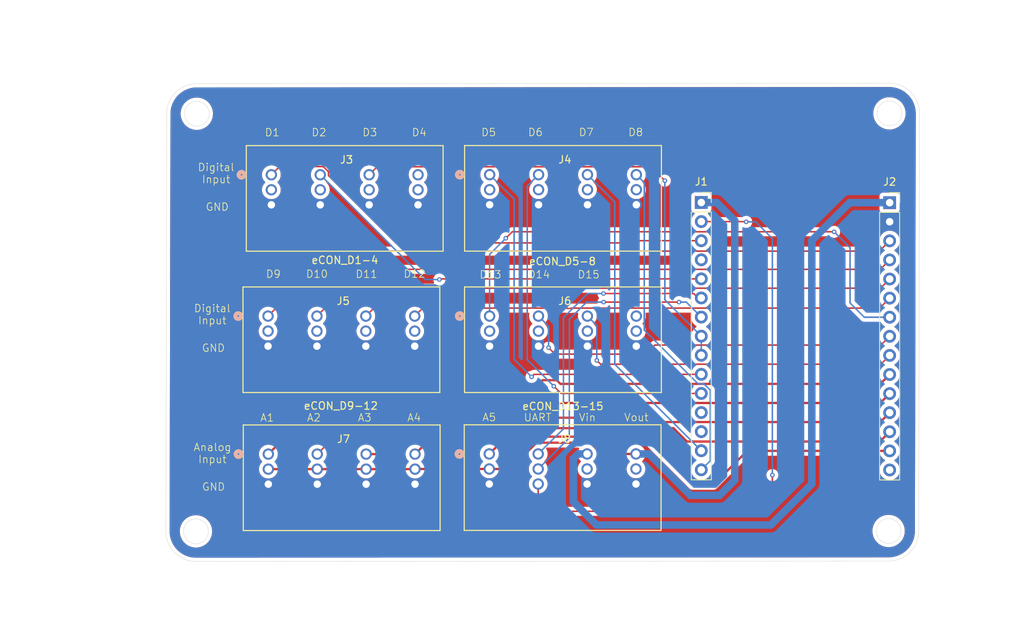
<source format=kicad_pcb>
(kicad_pcb (version 20241229) (generator "pcbnew") (generator_version "9.0")
  (layers (0 "F.Cu" signal) (2 "B.Cu" signal) (13 "F.Paste" user) (15 "B.Paste" user) (5 "F.SilkS" user "F.Silkscreen") (7 "B.SilkS" user "B.Silkscreen") (1 "F.Mask" user) (3 "B.Mask" user) (25 "Edge.Cuts" user))
  (net 0 "")
  (net 5 "GND1")
  (net 6 "D5")
  (net 7 "D3")
  (net 8 "D7")
  (net 10 "D6")
  (net 12 "D2")
  (net 13 "+3.3V")
  (net 14 "D8")
  (net 16 "UART-TX")
  (net 17 "UART-RX")
  (net 18 "D1")
  (net 19 "D12")
  (net 20 "A1")
  (net 21 "D14")
  (net 22 "D10")
  (net 23 "A3")
  (net 24 "D13")
  (net 25 "+9V")
  (net 26 "A5")
  (net 27 "A2")
  (net 29 "D11")
  (net 30 "A4")
  (net 31 "D9")
  (net 32 "D15")
  (net 33 "GND")
  (net 34 "D4")
  (footprint "eCon:CONN_37212-62M3-003PL_3MM" (layer "F.Cu") (at 99.57 131.39)
    (property "Reference" "J7" (at 10 -2 0) (layer "F.SilkS"))
    (property "Value" "eCON_A1-4")
    (fp_line (start -3.331002 -3.877001) (end -3.331002 10.169199) (stroke (width 0.1524)) (layer "F.SilkS"))
    (fp_line (start -3.331002 10.169199) (end 22.830998 10.169199) (stroke (width 0.1524)) (layer "F.SilkS"))
    (fp_line (start 22.830998 -3.877001) (end -3.331002 -3.877001) (stroke (width 0.1524)) (layer "F.SilkS"))
    (fp_line (start 22.830998 10.169199) (end 22.830998 -3.877001) (stroke (width 0.1524)) (layer "F.SilkS"))
    (fp_circle (center -3.966002 0) (end -3.585002 0) (stroke (width 0.508)) (fill no) (layer "F.SilkS"))
    (fp_circle (center -3.966002 0) (end -3.585002 0) (stroke (width 0.508)) (fill no) (layer "B.SilkS"))
    (pad "1" thru_hole circle (at 0 0) (size 1.4986 1.4986) (drill 0.9906) (layers "*.Cu" "*.Mask") (net 20 "A1"))
    (pad "2" thru_hole circle (at 0 2) (size 1.4986 1.4986) (drill 0.9906) (layers "*.Cu" "*.Mask") (net 13 "+3.3V"))
    (pad "3" thru_hole circle (at 0 4.000001) (size 1.4986 1.4986) (drill 0.9906) (layers "*.Cu" "*.Mask") (net 33 "GND"))
    (pad "4" thru_hole circle (at 6.499999 0) (size 1.4986 1.4986) (drill 0.9906) (layers "*.Cu" "*.Mask") (net 27 "A2"))
    (pad "5" thru_hole circle (at 6.499999 2) (size 1.4986 1.4986) (drill 0.9906) (layers "*.Cu" "*.Mask") (net 13 "+3.3V"))
    (pad "6" thru_hole circle (at 6.499999 4.000001) (size 1.4986 1.4986) (drill 0.9906) (layers "*.Cu" "*.Mask") (net 33 "GND"))
    (pad "7" thru_hole circle (at 12.999999 0) (size 1.4986 1.4986) (drill 0.9906) (layers "*.Cu" "*.Mask") (net 23 "A3"))
    (pad "8" thru_hole circle (at 12.999999 2) (size 1.4986 1.4986) (drill 0.9906) (layers "*.Cu" "*.Mask") (net 13 "+3.3V"))
    (pad "9" thru_hole circle (at 12.999999 4.000001) (size 1.4986 1.4986) (drill 0.9906) (layers "*.Cu" "*.Mask") (net 33 "GND"))
    (pad "10" thru_hole circle (at 19.499999 0) (size 1.4986 1.4986) (drill 0.9906) (layers "*.Cu" "*.Mask") (net 30 "A4"))
    (pad "11" thru_hole circle (at 19.499999 2) (size 1.4986 1.4986) (drill 0.9906) (layers "*.Cu" "*.Mask") (net 13 "+3.3V"))
    (pad "12" thru_hole circle (at 19.499999 4.000001) (size 1.4986 1.4986) (drill 0.9906) (layers "*.Cu" "*.Mask") (net 33 "GND"))
  )
  (footprint "eCon:CONN_37212-62M3-003PL_3MM" (layer "F.Cu") (at 99.53 113.03)
    (property "Reference" "J5" (at 10 -2 0) (layer "F.SilkS"))
    (property "Value" "eCON_D9-12" (at 9.68 11.94 0) (layer "F.SilkS"))
    (fp_line (start -3.331002 -3.877001) (end -3.331002 10.169199) (stroke (width 0.1524)) (layer "F.SilkS"))
    (fp_line (start -3.331002 10.169199) (end 22.830998 10.169199) (stroke (width 0.1524)) (layer "F.SilkS"))
    (fp_line (start 22.830998 -3.877001) (end -3.331002 -3.877001) (stroke (width 0.1524)) (layer "F.SilkS"))
    (fp_line (start 22.830998 10.169199) (end 22.830998 -3.877001) (stroke (width 0.1524)) (layer "F.SilkS"))
    (fp_circle (center -3.966002 0) (end -3.585002 0) (stroke (width 0.508)) (fill no) (layer "F.SilkS"))
    (fp_circle (center -3.966002 0) (end -3.585002 0) (stroke (width 0.508)) (fill no) (layer "B.SilkS"))
    (pad "1" thru_hole circle (at 0 0) (size 1.4986 1.4986) (drill 0.9906) (layers "*.Cu" "*.Mask") (net 31 "D9"))
    (pad "2" thru_hole circle (at 0 2) (size 1.4986 1.4986) (drill 0.9906) (layers "*.Cu" "*.Mask"))
    (pad "3" thru_hole circle (at 0 4.000001) (size 1.4986 1.4986) (drill 0.9906) (layers "*.Cu" "*.Mask") (net 33 "GND"))
    (pad "4" thru_hole circle (at 6.499999 0) (size 1.4986 1.4986) (drill 0.9906) (layers "*.Cu" "*.Mask") (net 22 "D10"))
    (pad "5" thru_hole circle (at 6.499999 2) (size 1.4986 1.4986) (drill 0.9906) (layers "*.Cu" "*.Mask"))
    (pad "6" thru_hole circle (at 6.499999 4.000001) (size 1.4986 1.4986) (drill 0.9906) (layers "*.Cu" "*.Mask") (net 33 "GND"))
    (pad "7" thru_hole circle (at 12.999999 0) (size 1.4986 1.4986) (drill 0.9906) (layers "*.Cu" "*.Mask") (net 29 "D11"))
    (pad "8" thru_hole circle (at 12.999999 2) (size 1.4986 1.4986) (drill 0.9906) (layers "*.Cu" "*.Mask"))
    (pad "9" thru_hole circle (at 12.999999 4.000001) (size 1.4986 1.4986) (drill 0.9906) (layers "*.Cu" "*.Mask") (net 33 "GND"))
    (pad "10" thru_hole circle (at 19.499999 0) (size 1.4986 1.4986) (drill 0.9906) (layers "*.Cu" "*.Mask") (net 19 "D12"))
    (pad "11" thru_hole circle (at 19.499999 2) (size 1.4986 1.4986) (drill 0.9906) (layers "*.Cu" "*.Mask"))
    (pad "12" thru_hole circle (at 19.499999 4.000001) (size 1.4986 1.4986) (drill 0.9906) (layers "*.Cu" "*.Mask") (net 33 "GND"))
  )
  (footprint "eCon:CONN_37212-62M3-003PL_3MM" (layer "F.Cu") (at 128.94 131.37)
    (property "Reference" "J8" (at 10 -2 0) (layer "F.SilkS"))
    (property "Value" "eCON_A5_UART_Vin_Vout")
    (fp_line (start -3.331002 -3.877001) (end -3.331002 10.169199) (stroke (width 0.1524)) (layer "F.SilkS"))
    (fp_line (start -3.331002 10.169199) (end 22.830998 10.169199) (stroke (width 0.1524)) (layer "F.SilkS"))
    (fp_line (start 22.830998 -3.877001) (end -3.331002 -3.877001) (stroke (width 0.1524)) (layer "F.SilkS"))
    (fp_line (start 22.830998 10.169199) (end 22.830998 -3.877001) (stroke (width 0.1524)) (layer "F.SilkS"))
    (fp_circle (center -3.966002 0) (end -3.585002 0) (stroke (width 0.508)) (fill no) (layer "F.SilkS"))
    (fp_circle (center -3.966002 0) (end -3.585002 0) (stroke (width 0.508)) (fill no) (layer "B.SilkS"))
    (pad "1" thru_hole circle (at 0 0) (size 1.4986 1.4986) (drill 0.9906) (layers "*.Cu" "*.Mask") (net 26 "A5"))
    (pad "2" thru_hole circle (at 0 2) (size 1.4986 1.4986) (drill 0.9906) (layers "*.Cu" "*.Mask") (net 13 "+3.3V"))
    (pad "3" thru_hole circle (at 0 4.000001) (size 1.4986 1.4986) (drill 0.9906) (layers "*.Cu" "*.Mask") (net 33 "GND"))
    (pad "4" thru_hole circle (at 6.499999 0) (size 1.4986 1.4986) (drill 0.9906) (layers "*.Cu" "*.Mask") (net 17 "UART-RX"))
    (pad "5" thru_hole circle (at 6.499999 2) (size 1.4986 1.4986) (drill 0.9906) (layers "*.Cu" "*.Mask") (net 16 "UART-TX"))
    (pad "6" thru_hole circle (at 6.499999 4.000001) (size 1.4986 1.4986) (drill 0.9906) (layers "*.Cu" "*.Mask") (net 5 "GND1"))
    (pad "7" thru_hole circle (at 12.999999 0) (size 1.4986 1.4986) (drill 0.9906) (layers "*.Cu" "*.Mask") (net 25 "+9V"))
    (pad "8" thru_hole circle (at 12.999999 2) (size 1.4986 1.4986) (drill 0.9906) (layers "*.Cu" "*.Mask"))
    (pad "9" thru_hole circle (at 12.999999 4.000001) (size 1.4986 1.4986) (drill 0.9906) (layers "*.Cu" "*.Mask") (net 33 "GND"))
    (pad "10" thru_hole circle (at 19.499999 0) (size 1.4986 1.4986) (drill 0.9906) (layers "*.Cu" "*.Mask") (net 13 "+3.3V"))
    (pad "11" thru_hole circle (at 19.499999 2) (size 1.4986 1.4986) (drill 0.9906) (layers "*.Cu" "*.Mask"))
    (pad "12" thru_hole circle (at 19.499999 4.000001) (size 1.4986 1.4986) (drill 0.9906) (layers "*.Cu" "*.Mask") (net 33 "GND"))
  )
  (footprint "eCon:CONN_37212-62M3-003PL_3MM" (layer "F.Cu") (at 99.97 94.23)
    (property "Reference" "J3" (at 10 -2 0) (layer "F.SilkS"))
    (property "Value" "eCON_D1-4" (at 9.78 11.360001 0) (layer "F.SilkS"))
    (fp_line (start -3.331002 -3.877001) (end -3.331002 10.169199) (stroke (width 0.1524)) (layer "F.SilkS"))
    (fp_line (start -3.331002 10.169199) (end 22.830998 10.169199) (stroke (width 0.1524)) (layer "F.SilkS"))
    (fp_line (start 22.830998 -3.877001) (end -3.331002 -3.877001) (stroke (width 0.1524)) (layer "F.SilkS"))
    (fp_line (start 22.830998 10.169199) (end 22.830998 -3.877001) (stroke (width 0.1524)) (layer "F.SilkS"))
    (fp_circle (center -3.966002 0) (end -3.585002 0) (stroke (width 0.508)) (fill no) (layer "F.SilkS"))
    (fp_circle (center -3.966002 0) (end -3.585002 0) (stroke (width 0.508)) (fill no) (layer "B.SilkS"))
    (pad "1" thru_hole circle (at 0 0) (size 1.4986 1.4986) (drill 0.9906) (layers "*.Cu" "*.Mask") (net 18 "D1"))
    (pad "2" thru_hole circle (at 0 2) (size 1.4986 1.4986) (drill 0.9906) (layers "*.Cu" "*.Mask"))
    (pad "3" thru_hole circle (at 0 4.000001) (size 1.4986 1.4986) (drill 0.9906) (layers "*.Cu" "*.Mask") (net 33 "GND"))
    (pad "4" thru_hole circle (at 6.499999 0) (size 1.4986 1.4986) (drill 0.9906) (layers "*.Cu" "*.Mask") (net 12 "D2"))
    (pad "5" thru_hole circle (at 6.499999 2) (size 1.4986 1.4986) (drill 0.9906) (layers "*.Cu" "*.Mask"))
    (pad "6" thru_hole circle (at 6.499999 4.000001) (size 1.4986 1.4986) (drill 0.9906) (layers "*.Cu" "*.Mask") (net 33 "GND"))
    (pad "7" thru_hole circle (at 12.999999 0) (size 1.4986 1.4986) (drill 0.9906) (layers "*.Cu" "*.Mask") (net 7 "D3"))
    (pad "8" thru_hole circle (at 12.999999 2) (size 1.4986 1.4986) (drill 0.9906) (layers "*.Cu" "*.Mask"))
    (pad "9" thru_hole circle (at 12.999999 4.000001) (size 1.4986 1.4986) (drill 0.9906) (layers "*.Cu" "*.Mask") (net 33 "GND"))
    (pad "10" thru_hole circle (at 19.499999 0) (size 1.4986 1.4986) (drill 0.9906) (layers "*.Cu" "*.Mask") (net 34 "D4"))
    (pad "11" thru_hole circle (at 19.499999 2) (size 1.4986 1.4986) (drill 0.9906) (layers "*.Cu" "*.Mask"))
    (pad "12" thru_hole circle (at 19.499999 4.000001) (size 1.4986 1.4986) (drill 0.9906) (layers "*.Cu" "*.Mask") (net 33 "GND"))
  )
  (footprint "Connector_PinSocket_2.54mm:PinSocket_1x15_P2.54mm_Vertical" (layer "F.Cu") (at 157.12 97.92)
    (property "Reference" "J1" (at 0 -2.77 0) (layer "F.SilkS"))
    (property "Value" "Conn_ESP32_Left" (hide yes))
    (fp_line (start -1.33 1.27) (end -1.33 36.89) (stroke (width 0.12)) (layer "F.SilkS"))
    (fp_line (start -1.33 1.27) (end 1.33 1.27) (stroke (width 0.12)) (layer "F.SilkS"))
    (fp_line (start -1.33 36.89) (end 1.33 36.89) (stroke (width 0.12)) (layer "F.SilkS"))
    (fp_line (start 0 -1.33) (end 1.33 -1.33) (stroke (width 0.12)) (layer "F.SilkS"))
    (fp_line (start 1.33 -1.33) (end 1.33 0) (stroke (width 0.12)) (layer "F.SilkS"))
    (fp_line (start 1.33 1.27) (end 1.33 36.89) (stroke (width 0.12)) (layer "F.SilkS"))
    (pad "1" thru_hole rect (at 0 0) (size 1.7 1.7) (drill 1) (layers "*.Cu" "*.Mask") (net 13 "+3.3V"))
    (pad "2" thru_hole circle (at 0 2.54) (size 1.7 1.7) (drill 1) (layers "*.Cu" "*.Mask") (net 5 "GND1"))
    (pad "3" thru_hole circle (at 0 5.08) (size 1.7 1.7) (drill 1) (layers "*.Cu" "*.Mask") (net 18 "D1"))
    (pad "4" thru_hole circle (at 0 7.62) (size 1.7 1.7) (drill 1) (layers "*.Cu" "*.Mask"))
    (pad "5" thru_hole circle (at 0 10.16) (size 1.7 1.7) (drill 1) (layers "*.Cu" "*.Mask") (net 12 "D2"))
    (pad "6" thru_hole circle (at 0 12.7) (size 1.7 1.7) (drill 1) (layers "*.Cu" "*.Mask") (net 17 "UART-RX"))
    (pad "7" thru_hole circle (at 0 15.24) (size 1.7 1.7) (drill 1) (layers "*.Cu" "*.Mask") (net 16 "UART-TX"))
    (pad "8" thru_hole circle (at 0 17.78) (size 1.7 1.7) (drill 1) (layers "*.Cu" "*.Mask") (net 7 "D3"))
    (pad "9" thru_hole circle (at 0 20.32) (size 1.7 1.7) (drill 1) (layers "*.Cu" "*.Mask") (net 7 "D3"))
    (pad "10" thru_hole circle (at 0 22.86) (size 1.7 1.7) (drill 1) (layers "*.Cu" "*.Mask") (net 6 "D5"))
    (pad "11" thru_hole circle (at 0 25.4) (size 1.7 1.7) (drill 1) (layers "*.Cu" "*.Mask") (net 10 "D6"))
    (pad "12" thru_hole circle (at 0 27.94) (size 1.7 1.7) (drill 1) (layers "*.Cu" "*.Mask"))
    (pad "13" thru_hole circle (at 0 30.48) (size 1.7 1.7) (drill 1) (layers "*.Cu" "*.Mask"))
    (pad "14" thru_hole circle (at 0 33.02) (size 1.7 1.7) (drill 1) (layers "*.Cu" "*.Mask") (net 8 "D7"))
    (pad "15" thru_hole circle (at 0 35.56) (size 1.7 1.7) (drill 1) (layers "*.Cu" "*.Mask") (net 14 "D8"))
  )
  (footprint "eCon:CONN_37212-62M3-003PL_3MM" (layer "F.Cu") (at 128.99 94.22)
    (property "Reference" "J4" (at 10 -2 0) (layer "F.SilkS"))
    (property "Value" "eCON_D5-8" (at 9.680001 11.530001 0) (layer "F.SilkS"))
    (fp_line (start -3.331002 -3.877001) (end -3.331002 10.169199) (stroke (width 0.1524)) (layer "F.SilkS"))
    (fp_line (start -3.331002 10.169199) (end 22.830998 10.169199) (stroke (width 0.1524)) (layer "F.SilkS"))
    (fp_line (start 22.830998 -3.877001) (end -3.331002 -3.877001) (stroke (width 0.1524)) (layer "F.SilkS"))
    (fp_line (start 22.830998 10.169199) (end 22.830998 -3.877001) (stroke (width 0.1524)) (layer "F.SilkS"))
    (fp_circle (center -3.966002 0) (end -3.585002 0) (stroke (width 0.508)) (fill no) (layer "F.SilkS"))
    (fp_circle (center -3.966002 0) (end -3.585002 0) (stroke (width 0.508)) (fill no) (layer "B.SilkS"))
    (pad "1" thru_hole circle (at 0 0) (size 1.4986 1.4986) (drill 0.9906) (layers "*.Cu" "*.Mask") (net 6 "D5"))
    (pad "2" thru_hole circle (at 0 2) (size 1.4986 1.4986) (drill 0.9906) (layers "*.Cu" "*.Mask"))
    (pad "3" thru_hole circle (at 0 4.000001) (size 1.4986 1.4986) (drill 0.9906) (layers "*.Cu" "*.Mask") (net 33 "GND"))
    (pad "4" thru_hole circle (at 6.499999 0) (size 1.4986 1.4986) (drill 0.9906) (layers "*.Cu" "*.Mask") (net 10 "D6"))
    (pad "5" thru_hole circle (at 6.499999 2) (size 1.4986 1.4986) (drill 0.9906) (layers "*.Cu" "*.Mask"))
    (pad "6" thru_hole circle (at 6.499999 4.000001) (size 1.4986 1.4986) (drill 0.9906) (layers "*.Cu" "*.Mask") (net 33 "GND"))
    (pad "7" thru_hole circle (at 12.999999 0) (size 1.4986 1.4986) (drill 0.9906) (layers "*.Cu" "*.Mask") (net 8 "D7"))
    (pad "8" thru_hole circle (at 12.999999 2) (size 1.4986 1.4986) (drill 0.9906) (layers "*.Cu" "*.Mask"))
    (pad "9" thru_hole circle (at 12.999999 4.000001) (size 1.4986 1.4986) (drill 0.9906) (layers "*.Cu" "*.Mask") (net 33 "GND"))
    (pad "10" thru_hole circle (at 19.499999 0) (size 1.4986 1.4986) (drill 0.9906) (layers "*.Cu" "*.Mask") (net 14 "D8"))
    (pad "11" thru_hole circle (at 19.499999 2) (size 1.4986 1.4986) (drill 0.9906) (layers "*.Cu" "*.Mask"))
    (pad "12" thru_hole circle (at 19.499999 4.000001) (size 1.4986 1.4986) (drill 0.9906) (layers "*.Cu" "*.Mask") (net 33 "GND"))
  )
  (footprint "eCon:CONN_37212-62M3-003PL_3MM" (layer "F.Cu") (at 128.98 113.03)
    (property "Reference" "J6" (at 10 -2 0) (layer "F.SilkS"))
    (property "Value" "eCON_D13-15" (at 9.750001 12 0) (layer "F.SilkS"))
    (fp_line (start -3.331002 -3.877001) (end -3.331002 10.169199) (stroke (width 0.1524)) (layer "F.SilkS"))
    (fp_line (start -3.331002 10.169199) (end 22.830998 10.169199) (stroke (width 0.1524)) (layer "F.SilkS"))
    (fp_line (start 22.830998 -3.877001) (end -3.331002 -3.877001) (stroke (width 0.1524)) (layer "F.SilkS"))
    (fp_line (start 22.830998 10.169199) (end 22.830998 -3.877001) (stroke (width 0.1524)) (layer "F.SilkS"))
    (fp_circle (center -3.966002 0) (end -3.585002 0) (stroke (width 0.508)) (fill no) (layer "F.SilkS"))
    (fp_circle (center -3.966002 0) (end -3.585002 0) (stroke (width 0.508)) (fill no) (layer "B.SilkS"))
    (pad "1" thru_hole circle (at 0 0) (size 1.4986 1.4986) (drill 0.9906) (layers "*.Cu" "*.Mask") (net 24 "D13"))
    (pad "2" thru_hole circle (at 0 2) (size 1.4986 1.4986) (drill 0.9906) (layers "*.Cu" "*.Mask"))
    (pad "3" thru_hole circle (at 0 4.000001) (size 1.4986 1.4986) (drill 0.9906) (layers "*.Cu" "*.Mask") (net 33 "GND"))
    (pad "4" thru_hole circle (at 6.499999 0) (size 1.4986 1.4986) (drill 0.9906) (layers "*.Cu" "*.Mask") (net 21 "D14"))
    (pad "5" thru_hole circle (at 6.499999 2) (size 1.4986 1.4986) (drill 0.9906) (layers "*.Cu" "*.Mask"))
    (pad "6" thru_hole circle (at 6.499999 4.000001) (size 1.4986 1.4986) (drill 0.9906) (layers "*.Cu" "*.Mask") (net 33 "GND"))
    (pad "7" thru_hole circle (at 12.999999 0) (size 1.4986 1.4986) (drill 0.9906) (layers "*.Cu" "*.Mask") (net 32 "D15"))
    (pad "8" thru_hole circle (at 12.999999 2) (size 1.4986 1.4986) (drill 0.9906) (layers "*.Cu" "*.Mask"))
    (pad "9" thru_hole circle (at 12.999999 4.000001) (size 1.4986 1.4986) (drill 0.9906) (layers "*.Cu" "*.Mask") (net 33 "GND"))
    (pad "10" thru_hole circle (at 19.499999 0) (size 1.4986 1.4986) (drill 0.9906) (layers "*.Cu" "*.Mask"))
    (pad "11" thru_hole circle (at 19.499999 2) (size 1.4986 1.4986) (drill 0.9906) (layers "*.Cu" "*.Mask"))
    (pad "12" thru_hole circle (at 19.499999 4.000001) (size 1.4986 1.4986) (drill 0.9906) (layers "*.Cu" "*.Mask") (net 33 "GND"))
  )
  (footprint "Connector_PinSocket_2.54mm:PinSocket_1x15_P2.54mm_Vertical" (layer "F.Cu") (at 182.16 97.94)
    (property "Reference" "J2" (at 0 -2.77 0) (layer "F.SilkS"))
    (property "Value" "Conn_ESP32_Right" (hide yes))
    (fp_line (start -1.33 1.27) (end -1.33 36.89) (stroke (width 0.12)) (layer "F.SilkS"))
    (fp_line (start -1.33 1.27) (end 1.33 1.27) (stroke (width 0.12)) (layer "F.SilkS"))
    (fp_line (start -1.33 36.89) (end 1.33 36.89) (stroke (width 0.12)) (layer "F.SilkS"))
    (fp_line (start 0 -1.33) (end 1.33 -1.33) (stroke (width 0.12)) (layer "F.SilkS"))
    (fp_line (start 1.33 -1.33) (end 1.33 0) (stroke (width 0.12)) (layer "F.SilkS"))
    (fp_line (start 1.33 1.27) (end 1.33 36.89) (stroke (width 0.12)) (layer "F.SilkS"))
    (pad "1" thru_hole rect (at 0 0) (size 1.7 1.7) (drill 1) (layers "*.Cu" "*.Mask") (net 25 "+9V"))
    (pad "2" thru_hole circle (at 0 2.54) (size 1.7 1.7) (drill 1) (layers "*.Cu" "*.Mask") (net 33 "GND"))
    (pad "3" thru_hole circle (at 0 5.08) (size 1.7 1.7) (drill 1) (layers "*.Cu" "*.Mask") (net 31 "D9"))
    (pad "4" thru_hole circle (at 0 7.62) (size 1.7 1.7) (drill 1) (layers "*.Cu" "*.Mask") (net 22 "D10"))
    (pad "5" thru_hole circle (at 0 10.16) (size 1.7 1.7) (drill 1) (layers "*.Cu" "*.Mask") (net 29 "D11"))
    (pad "6" thru_hole circle (at 0 12.7) (size 1.7 1.7) (drill 1) (layers "*.Cu" "*.Mask") (net 19 "D12"))
    (pad "7" thru_hole circle (at 0 15.24) (size 1.7 1.7) (drill 1) (layers "*.Cu" "*.Mask") (net 24 "D13"))
    (pad "8" thru_hole circle (at 0 17.78) (size 1.7 1.7) (drill 1) (layers "*.Cu" "*.Mask") (net 21 "D14"))
    (pad "9" thru_hole circle (at 0 20.32) (size 1.7 1.7) (drill 1) (layers "*.Cu" "*.Mask") (net 32 "D15"))
    (pad "10" thru_hole circle (at 0 22.86) (size 1.7 1.7) (drill 1) (layers "*.Cu" "*.Mask") (net 20 "A1"))
    (pad "11" thru_hole circle (at 0 25.4) (size 1.7 1.7) (drill 1) (layers "*.Cu" "*.Mask") (net 27 "A2"))
    (pad "12" thru_hole circle (at 0 27.94) (size 1.7 1.7) (drill 1) (layers "*.Cu" "*.Mask") (net 23 "A3"))
    (pad "13" thru_hole circle (at 0 30.48) (size 1.7 1.7) (drill 1) (layers "*.Cu" "*.Mask") (net 30 "A4"))
    (pad "14" thru_hole circle (at 0 33.02) (size 1.7 1.7) (drill 1) (layers "*.Cu" "*.Mask") (net 26 "A5"))
    (pad "15" thru_hole circle (at 0 35.56) (size 1.7 1.7) (drill 1) (layers "*.Cu" "*.Mask"))
  )
  (gr_line (start 186.13 86.06) (end 186.02 141.62) (stroke (width 0.05)) (layer "Edge.Cuts"))
  (gr_circle (center 90.06 86.11) (end 91.71 86.11) (stroke (width 0.05)) (fill no) (layer "Edge.Cuts"))
  (gr_circle (center 182.02 141.62) (end 183.67 141.62) (stroke (width 0.05)) (fill no) (layer "Edge.Cuts"))
  (gr_arc (start 86.06 86.11) (mid 87.231573 83.281573) (end 90.06 82.11) (stroke (width 0.05)) (layer "Edge.Cuts"))
  (gr_line (start 86.06 86.11) (end 85.95 141.67) (stroke (width 0.05)) (layer "Edge.Cuts"))
  (gr_arc (start 89.95 145.67) (mid 87.121573 144.498427) (end 85.95 141.67) (stroke (width 0.05)) (layer "Edge.Cuts"))
  (gr_arc (start 182.13 82.06) (mid 184.958427 83.231573) (end 186.13 86.06) (stroke (width 0.05)) (layer "Edge.Cuts"))
  (gr_line (start 182.13 82.06) (end 90.06 82.11) (stroke (width 0.05)) (layer "Edge.Cuts"))
  (gr_circle (center 89.95 141.67) (end 91.6 141.67) (stroke (width 0.05)) (fill no) (layer "Edge.Cuts"))
  (gr_circle (center 182.13 86.06) (end 183.78 86.06) (stroke (width 0.05)) (fill no) (layer "Edge.Cuts"))
  (gr_line (start 89.95 145.67) (end 182.02 145.62) (stroke (width 0.05)) (layer "Edge.Cuts"))
  (gr_arc (start 186.02 141.62) (mid 184.848427 144.448427) (end 182.02 145.62) (stroke (width 0.05)) (layer "Edge.Cuts"))
  (gr_text "D7" (at 140.79 89.16 0) (layer "F.SilkS") (effects (font (size 1 1) (thickness 0.1)) (justify left bottom)))
  (gr_text "GND" (at 91.190002 99.089999 0) (layer "F.SilkS") (effects (font (size 1 1) (thickness 0.1)) (justify left bottom)))
  (gr_text "D1" (at 99.05 89.19 0) (layer "F.SilkS") (effects (font (size 1 1) (thickness 0.1)) (justify left bottom)))
  (gr_text "D13" (at 127.58 108.1 0) (layer "F.SilkS") (effects (font (size 1 1) (thickness 0.1)) (justify left bottom)))
  (gr_text "D15" (at 140.63 108.09 0) (layer "F.SilkS") (effects (font (size 1 1) (thickness 0.1)) (justify left bottom)))
  (gr_text "D11" (at 111.1 108.03 0) (layer "F.SilkS") (effects (font (size 1 1) (thickness 0.1)) (justify left bottom)))
  (gr_text "Analog\nInput" (at 92.14 132.67 0) (layer "F.SilkS") (effects (font (size 1 1) (thickness 0.1)) (justify bottom)))
  (gr_text "D2" (at 105.26 89.18 0) (layer "F.SilkS") (effects (font (size 1 1) (thickness 0.1)) (justify left bottom)))
  (gr_text "D10" (at 104.51 108.02 0) (layer "F.SilkS") (effects (font (size 1 1) (thickness 0.1)) (justify left bottom)))
  (gr_text "D12" (at 117.49 108 0) (layer "F.SilkS") (effects (font (size 1 1) (thickness 0.1)) (justify left bottom)))
  (gr_text "D5" (at 127.82 89.17 0) (layer "F.SilkS") (effects (font (size 1 1) (thickness 0.1)) (justify left bottom)))
  (gr_text "UART" (at 133.47 127.1 0) (layer "F.SilkS") (effects (font (size 1 1) (thickness 0.1)) (justify left bottom)))
  (gr_text "D4" (at 118.59 89.18 0) (layer "F.SilkS") (effects (font (size 1 1) (thickness 0.1)) (justify left bottom)))
  (gr_text "A2" (at 104.65 127.12 0) (layer "F.SilkS") (effects (font (size 1 1) (thickness 0.1)) (justify left bottom)))
  (gr_text "D9" (at 99.19 108.02 0) (layer "F.SilkS") (effects (font (size 1 1) (thickness 0.1)) (justify left bottom)))
  (gr_text "GND" (at 90.680002 117.859999 0) (layer "F.SilkS") (effects (font (size 1 1) (thickness 0.1)) (justify left bottom)))
  (gr_text "Digital\nInput" (at 92.120002 114.199999 0) (layer "F.SilkS") (effects (font (size 1 1) (thickness 0.1)) (justify bottom)))
  (gr_text "D3" (at 112.02 89.18 0) (layer "F.SilkS") (effects (font (size 1 1) (thickness 0.1)) (justify left bottom)))
  (gr_text "D14" (at 134.04 108.08 0) (layer "F.SilkS") (effects (font (size 1 1) (thickness 0.1)) (justify left bottom)))
  (gr_text "D8" (at 147.36 89.16 0) (layer "F.SilkS") (effects (font (size 1 1) (thickness 0.1)) (justify left bottom)))
  (gr_text "A1" (at 98.44 127.13 0) (layer "F.SilkS") (effects (font (size 1 1) (thickness 0.1)) (justify left bottom)))
  (gr_text "Vin" (at 140.79 127.1 0) (layer "F.SilkS") (effects (font (size 1 1) (thickness 0.1)) (justify left bottom)))
  (gr_text "Vout" (at 146.81 127.09 0) (layer "F.SilkS") (effects (font (size 1 1) (thickness 0.1)) (justify left bottom)))
  (gr_text "A5" (at 127.96 127.08 0) (layer "F.SilkS") (effects (font (size 1 1) (thickness 0.1)) (justify left bottom)))
  (gr_text "A4" (at 117.98 127.12 0) (layer "F.SilkS") (effects (font (size 1 1) (thickness 0.1)) (justify left bottom)))
  (gr_text "D6" (at 134.03 89.16 0) (layer "F.SilkS") (effects (font (size 1 1) (thickness 0.1)) (justify left bottom)))
  (gr_text "Digital\nInput" (at 92.630002 95.429999 0) (layer "F.SilkS") (effects (font (size 1 1) (thickness 0.1)) (justify bottom)))
  (gr_text "A3" (at 111.41 127.12 0) (layer "F.SilkS") (effects (font (size 1 1) (thickness 0.1)) (justify left bottom)))
  (gr_text "GND" (at 90.7 136.33 0) (layer "F.SilkS") (effects (font (size 1 1) (thickness 0.1)) (justify left bottom)))
  (segment (start 163.52 139) (end 166.57 135.95) (width 0.2) (layer "F.Cu") (net 5))
  (segment (start 166.57 135.95) (end 166.57 134.21) (width 0.2) (layer "F.Cu") (net 5))
  (segment (start 137.8 139) (end 163.52 139) (width 0.2) (layer "F.Cu") (net 5))
  (segment (start 137.44 138.64) (end 137.8 139) (width 0.2) (layer "F.Cu") (net 5))
  (segment (start 166.57 134.21) (end 166.57 134.18) (width 0.2) (layer "F.Cu") (net 5))
  (segment (start 135.439999 136.639999) (end 137.44 138.64) (width 0.2) (layer "F.Cu") (net 5))
  (segment (start 157.12 100.46) (end 163.06 100.46) (width 0.2) (layer "F.Cu") (net 5))
  (segment (start 163.06 100.46) (end 163.09 100.49) (width 0.2) (layer "F.Cu") (net 5))
  (segment (start 135.439999 135.370001) (end 135.439999 136.639999) (width 0.2) (layer "F.Cu") (net 5))
  (via (at 163.09 100.49) (size 0.6) (drill 0.3) (layers "F.Cu" "B.Cu") (net 5))
  (via (at 166.57 134.18) (size 0.6) (drill 0.3) (layers "F.Cu" "B.Cu") (net 5))
  (segment (start 163.09 100.49) (end 164.34 100.49) (width 0.2) (layer "B.Cu") (net 5))
  (segment (start 164.34 100.49) (end 166.57 102.72) (width 0.2) (layer "B.Cu") (net 5))
  (segment (start 166.57 102.72) (end 166.57 134.18) (width 0.2) (layer "B.Cu") (net 5))
  (segment (start 134.9003 120.78) (end 157.12 120.78) (width 0.2) (layer "F.Cu") (net 6))
  (segment (start 134.5646 121.1157) (end 134.9003 120.78) (width 0.2) (layer "F.Cu") (net 6))
  (via (at 134.5646 121.1157) (size 0.6) (drill 0.3) (layers "F.Cu" "B.Cu") (net 6))
  (segment (start 132.24 97.47) (end 128.99 94.22) (width 0.2) (layer "B.Cu") (net 6))
  (segment (start 134.5646 121.1157) (end 132.24 118.7911) (width 0.2) (layer "B.Cu") (net 6))
  (segment (start 132.24 118.7911) (end 132.24 97.47) (width 0.2) (layer "B.Cu") (net 6))
  (segment (start 112.97 94.23) (end 114.036 93.164) (width 0.2) (layer "F.Cu") (net 7))
  (segment (start 150.4318 93.164) (end 152.279 95.0112) (width 0.2) (layer "F.Cu") (net 7))
  (segment (start 114.036 93.164) (end 150.4318 93.164) (width 0.2) (layer "F.Cu") (net 7))
  (via (at 152.279 95.0112) (size 0.6) (drill 0.3) (layers "F.Cu" "B.Cu") (net 7))
  (segment (start 152.279 110.859) (end 152.279 95.0112) (width 0.2) (layer "B.Cu") (net 7))
  (segment (start 157.12 115.7) (end 152.279 110.859) (width 0.2) (layer "B.Cu") (net 7))
  (segment (start 157.12 115.7) (end 157.12 118.24) (width 0.2) (layer "B.Cu") (net 7))
  (segment (start 145.6208 97.8508) (end 141.99 94.22) (width 0.2) (layer "B.Cu") (net 8))
  (segment (start 145.6208 119.4408) (end 145.6208 97.8508) (width 0.2) (layer "B.Cu") (net 8))
  (segment (start 157.12 130.94) (end 145.6208 119.4408) (width 0.2) (layer "B.Cu") (net 8))
  (segment (start 137.517 122.358) (end 138.479 123.32) (width 0.2) (layer "F.Cu") (net 10))
  (segment (start 138.479 123.32) (end 157.12 123.32) (width 0.2) (layer "F.Cu") (net 10))
  (via (at 137.517 122.358) (size 0.6) (drill 0.3) (layers "F.Cu" "B.Cu") (net 10))
  (segment (start 135.49 94.22) (end 133.9867 95.7233) (width 0.2) (layer "B.Cu") (net 10))
  (segment (start 133.9867 95.7233) (end 133.9867 118.8277) (width 0.2) (layer "B.Cu") (net 10))
  (segment (start 133.9867 118.8277) (end 137.517 122.358) (width 0.2) (layer "B.Cu") (net 10))
  (segment (start 122.31 108.17) (end 122.4 108.08) (width 0.2) (layer "F.Cu") (net 12))
  (segment (start 122.4 108.08) (end 157.12 108.08) (width 0.2) (layer "F.Cu") (net 12))
  (via (at 122.31 108.17) (size 0.6) (drill 0.3) (layers "F.Cu" "B.Cu") (net 12))
  (segment (start 106.469999 94.23) (end 120.409999 108.17) (width 0.2) (layer "B.Cu") (net 12))
  (segment (start 120.409999 108.17) (end 122.31 108.17) (width 0.2) (layer "B.Cu") (net 12))
  (segment (start 119.09 133.37) (end 119.07 133.39) (width 0.2) (layer "F.Cu") (net 13))
  (segment (start 142.3398 129.87) (end 143.8398 131.37) (width 0.3) (layer "F.Cu") (net 13))
  (segment (start 143.8398 131.37) (end 148.44 131.37) (width 0.3) (layer "F.Cu") (net 13))
  (segment (start 131.726 133.37) (end 135.226 129.87) (width 0.3) (layer "F.Cu") (net 13))
  (segment (start 99.57 133.39) (end 106.07 133.39) (width 0.3) (layer "F.Cu") (net 13))
  (segment (start 128.94 133.37) (end 131.726 133.37) (width 0.3) (layer "F.Cu") (net 13))
  (segment (start 135.226 129.87) (end 142.3398 129.87) (width 0.3) (layer "F.Cu") (net 13))
  (segment (start 119.07 133.39) (end 112.57 133.39) (width 0.3) (layer "F.Cu") (net 13))
  (segment (start 106.07 133.39) (end 112.57 133.39) (width 0.3) (layer "F.Cu") (net 13))
  (segment (start 128.94 133.37) (end 119.09 133.37) (width 0.3) (layer "F.Cu") (net 13))
  (segment (start 161.57 100.33) (end 159.16 97.92) (width 1) (layer "B.Cu") (net 13))
  (segment (start 155.68 136.87) (end 159.55 136.87) (width 1) (layer "B.Cu") (net 13))
  (segment (start 161.57 134.85) (end 161.57 100.33) (width 1) (layer "B.Cu") (net 13))
  (segment (start 150.18 131.37) (end 155.68 136.87) (width 1) (layer "B.Cu") (net 13))
  (segment (start 159.55 136.87) (end 161.57 134.85) (width 1) (layer "B.Cu") (net 13))
  (segment (start 148.439999 131.37) (end 150.18 131.37) (width 1) (layer "B.Cu") (net 13))
  (segment (start 159.16 97.92) (end 157.12 97.92) (width 1) (layer "B.Cu") (net 13))
  (segment (start 158.3166 122.8793) (end 158.3166 132.2834) (width 0.2) (layer "B.Cu") (net 14))
  (segment (start 158.3166 132.2834) (end 157.12 133.48) (width 0.2) (layer "B.Cu") (net 14))
  (segment (start 149.541 114.8866) (end 156.7044 122.05) (width 0.2) (layer "B.Cu") (net 14))
  (segment (start 149.541 95.271) (end 149.541 114.8866) (width 0.2) (layer "B.Cu") (net 14))
  (segment (start 156.7044 122.05) (end 157.4873 122.05) (width 0.2) (layer "B.Cu") (net 14))
  (segment (start 148.49 94.22) (end 149.541 95.271) (width 0.2) (layer "B.Cu") (net 14))
  (segment (start 157.4873 122.05) (end 158.3166 122.8793) (width 0.2) (layer "B.Cu") (net 14))
  (segment (start 144.14 111.17) (end 154.16 111.17) (width 0.2) (layer "F.Cu") (net 16))
  (via (at 144.14 111.17) (size 0.6) (drill 0.3) (layers "F.Cu" "B.Cu") (net 16))
  (via (at 154.16 111.17) (size 0.6) (drill 0.3) (layers "F.Cu" "B.Cu") (net 16))
  (segment (start 139.58 113.46) (end 141.58 111.46) (width 0.2) (layer "B.Cu") (net 16))
  (segment (start 141.62 111.42) (end 141.87 111.17) (width 0.2) (layer "B.Cu") (net 16))
  (segment (start 139.58 129.229999) (end 139.58 127.41) (width 0.2) (layer "B.Cu") (net 16))
  (segment (start 141.58 111.46) (end 141.62 111.42) (width 0.2) (layer "B.Cu") (net 16))
  (segment (start 141.87 111.17) (end 142.09 111.17) (width 0.2) (layer "B.Cu") (net 16))
  (segment (start 155.13 111.17) (end 157.12 113.16) (width 0.2) (layer "B.Cu") (net 16))
  (segment (start 139.58 127.41) (end 139.58 113.46) (width 0.2) (layer "B.Cu") (net 16))
  (segment (start 154.16 111.17) (end 155.13 111.17) (width 0.2) (layer "B.Cu") (net 16))
  (segment (start 142.09 111.17) (end 144.14 111.17) (width 0.2) (layer "B.Cu") (net 16))
  (segment (start 135.439999 133.37) (end 139.58 129.229999) (width 0.2) (layer "B.Cu") (net 16))
  (segment (start 156.12 110.03) (end 156.71 110.62) (width 0.2) (layer "F.Cu") (net 17))
  (segment (start 144.12 110.03) (end 156.12 110.03) (width 0.2) (layer "F.Cu") (net 17))
  (segment (start 156.71 110.62) (end 157.12 110.62) (width 0.2) (layer "F.Cu") (net 17))
  (via (at 144.12 110.03) (size 0.6) (drill 0.3) (layers "F.Cu" "B.Cu") (net 17))
  (segment (start 142.01 110.03) (end 143.85 110.03) (width 0.2) (layer "B.Cu") (net 17))
  (segment (start 138.8 128.03) (end 138.8 118.88) (width 0.2) (layer "B.Cu") (net 17))
  (segment (start 138.8 113.24) (end 141.29 110.75) (width 0.2) (layer "B.Cu") (net 17))
  (segment (start 141.29 110.75) (end 142.01 110.03) (width 0.2) (layer "B.Cu") (net 17))
  (segment (start 143.85 110.03) (end 144.12 110.03) (width 0.2) (layer "B.Cu") (net 17))
  (segment (start 138.8 118.88) (end 138.8 113.24) (width 0.2) (layer "B.Cu") (net 17))
  (segment (start 137.819999 128.99) (end 137.84 128.99) (width 0.2) (layer "B.Cu") (net 17))
  (segment (start 137.84 128.99) (end 138.8 128.03) (width 0.2) (layer "B.Cu") (net 17))
  (segment (start 135.439999 131.37) (end 137.819999 128.99) (width 0.2) (layer "B.Cu") (net 17))
  (segment (start 116.5173 103.2923) (end 146.7915 103.2923) (width 0.2) (layer "F.Cu") (net 18))
  (segment (start 101.0643 93.1357) (end 106.8709 93.1357) (width 0.2) (layer "F.Cu") (net 18))
  (segment (start 107.5696 94.3446) (end 116.5173 103.2923) (width 0.2) (layer "F.Cu") (net 18))
  (segment (start 99.97 94.23) (end 101.0643 93.1357) (width 0.2) (layer "F.Cu") (net 18))
  (segment (start 147.0838 103) (end 157.12 103) (width 0.2) (layer "F.Cu") (net 18))
  (segment (start 106.8709 93.1357) (end 107.5696 93.8344) (width 0.2) (layer "F.Cu") (net 18))
  (segment (start 146.7915 103.2923) (end 147.0838 103) (width 0.2) (layer "F.Cu") (net 18))
  (segment (start 107.5696 93.8344) (end 107.5696 94.3446) (width 0.2) (layer "F.Cu") (net 18))
  (segment (start 139.8629 111.9698) (end 180.8302 111.9698) (width 0.2) (layer "F.Cu") (net 19))
  (segment (start 120.0902 111.9698) (end 139.267 111.9698) (width 0.2) (layer "F.Cu") (net 19))
  (segment (start 139.3158 112.0186) (end 139.8141 112.0186) (width 0.2) (layer "F.Cu") (net 19))
  (segment (start 180.8302 111.9698) (end 182.16 110.64) (width 0.2) (layer "F.Cu") (net 19))
  (segment (start 119.03 113.03) (end 120.0902 111.9698) (width 0.2) (layer "F.Cu") (net 19))
  (segment (start 139.8141 112.0186) (end 139.8629 111.9698) (width 0.2) (layer "F.Cu") (net 19))
  (segment (start 139.267 111.9698) (end 139.3158 112.0186) (width 0.2) (layer "F.Cu") (net 19))
  (segment (start 180.9115 122.0485) (end 182.16 120.8) (width 0.3) (layer "F.Cu") (net 20))
  (segment (start 135.03 122.55) (end 136.02 121.56) (width 0.3) (layer "F.Cu") (net 20))
  (segment (start 133.2163 121.7563) (end 134.01 122.55) (width 0.3) (layer "F.Cu") (net 20))
  (segment (start 137.91 121.56) (end 138.3985 122.0485) (width 0.3) (layer "F.Cu") (net 20))
  (segment (start 138.3985 122.0485) (end 180.9115 122.0485) (width 0.3) (layer "F.Cu") (net 20))
  (segment (start 136.02 121.56) (end 137.91 121.56) (width 0.3) (layer "F.Cu") (net 20))
  (segment (start 109.2037 121.7563) (end 133.2163 121.7563) (width 0.3) (layer "F.Cu") (net 20))
  (segment (start 134.01 122.55) (end 135.03 122.55) (width 0.3) (layer "F.Cu") (net 20))
  (segment (start 99.57 131.39) (end 109.2037 121.7563) (width 0.3) (layer "F.Cu") (net 20))
  (segment (start 137.6799 118.0919) (end 136.8232 117.2352) (width 0.2) (layer "F.Cu") (net 21))
  (segment (start 150.946 116.8884) (end 149.7425 118.0919) (width 0.2) (layer "F.Cu") (net 21))
  (segment (start 149.7425 118.0919) (end 137.6799 118.0919) (width 0.2) (layer "F.Cu") (net 21))
  (segment (start 180.9916 116.8884) (end 150.946 116.8884) (width 0.2) (layer "F.Cu") (net 21))
  (segment (start 182.16 115.72) (end 180.9916 116.8884) (width 0.2) (layer "F.Cu") (net 21))
  (via (at 136.8232 117.2352) (size 0.6) (drill 0.3) (layers "F.Cu" "B.Cu") (net 21))
  (segment (start 136.8232 114.3732) (end 135.48 113.03) (width 0.2) (layer "B.Cu") (net 21))
  (segment (start 136.8232 117.2352) (end 136.8232 114.3732) (width 0.2) (layer "B.Cu") (net 21))
  (segment (start 106.03 113.03) (end 112.25 106.81) (width 0.2) (layer "F.Cu") (net 22))
  (segment (start 112.25 106.81) (end 180.91 106.81) (width 0.2) (layer "F.Cu") (net 22))
  (segment (start 180.91 106.81) (end 182.16 105.56) (width 0.2) (layer "F.Cu") (net 22))
  (segment (start 144.55 126.55) (end 145.13 127.13) (width 0.3) (layer "F.Cu") (net 23))
  (segment (start 114.0297 131.39) (end 118.8697 126.55) (width 0.3) (layer "F.Cu") (net 23))
  (segment (start 180.91 127.13) (end 182.16 125.88) (width 0.3) (layer "F.Cu") (net 23))
  (segment (start 145.13 127.13) (end 180.91 127.13) (width 0.3) (layer "F.Cu") (net 23))
  (segment (start 118.8697 126.55) (end 144.55 126.55) (width 0.3) (layer "F.Cu") (net 23))
  (segment (start 112.57 131.39) (end 114.0297 131.39) (width 0.3) (layer "F.Cu") (net 23))
  (segment (start 131.9962 101.8145) (end 174.7745 101.8145) (width 0.2) (layer "F.Cu") (net 24))
  (segment (start 131.138 102.6727) (end 131.9962 101.8145) (width 0.2) (layer "F.Cu") (net 24))
  (segment (start 174.7745 101.8145) (end 174.78 101.82) (width 0.2) (layer "F.Cu") (net 24))
  (via (at 131.138 102.6727) (size 0.6) (drill 0.3) (layers "F.Cu" "B.Cu") (net 24))
  (via (at 174.78 101.82) (size 0.6) (drill 0.3) (layers "F.Cu" "B.Cu") (net 24))
  (segment (start 128.98 104.8307) (end 128.98 113.03) (width 0.2) (layer "B.Cu") (net 24))
  (segment (start 174.78 101.82) (end 176.9 103.94) (width 0.2) (layer "B.Cu") (net 24))
  (segment (start 178.79 113.18) (end 182.16 113.18) (width 0.2) (layer "B.Cu") (net 24))
  (segment (start 176.9 103.94) (end 176.9 111.29) (width 0.2) (layer "B.Cu") (net 24))
  (segment (start 176.9 111.29) (end 178.79 113.18) (width 0.2) (layer "B.Cu") (net 24))
  (segment (start 131.138 102.6727) (end 128.98 104.8307) (width 0.2) (layer "B.Cu") (net 24))
  (segment (start 140.13 137.76) (end 143.19 140.82) (width 1) (layer "B.Cu") (net 25))
  (segment (start 171.81 102.98) (end 176.85 97.94) (width 1) (layer "B.Cu") (net 25))
  (segment (start 140.75 131.37) (end 140.13 131.99) (width 1) (layer "B.Cu") (net 25))
  (segment (start 176.85 97.94) (end 182.16 97.94) (width 1) (layer "B.Cu") (net 25))
  (segment (start 171.81 135.37) (end 171.81 102.98) (width 1) (layer "B.Cu") (net 25))
  (segment (start 166.36 140.82) (end 171.81 135.37) (width 1) (layer "B.Cu") (net 25))
  (segment (start 143.19 140.82) (end 166.36 140.82) (width 1) (layer "B.Cu") (net 25))
  (segment (start 141.939999 131.37) (end 140.75 131.37) (width 1) (layer "B.Cu") (net 25))
  (segment (start 140.13 131.99) (end 140.13 137.76) (width 1) (layer "B.Cu") (net 25))
  (segment (start 131.24 129.07) (end 149.57 129.07) (width 0.3) (layer "F.Cu") (net 26))
  (segment (start 155.98 135.48) (end 158.71 135.48) (width 0.3) (layer "F.Cu") (net 26))
  (segment (start 158.71 135.48) (end 163.23 130.96) (width 0.3) (layer "F.Cu") (net 26))
  (segment (start 149.57 129.07) (end 155.98 135.48) (width 0.3) (layer "F.Cu") (net 26))
  (segment (start 128.94 131.37) (end 131.24 129.07) (width 0.3) (layer "F.Cu") (net 26))
  (segment (start 163.23 130.96) (end 182.16 130.96) (width 0.3) (layer "F.Cu") (net 26))
  (segment (start 180.91 124.59) (end 182.16 123.34) (width 0.3) (layer "F.Cu") (net 27))
  (segment (start 106.07 131.39) (end 112.87 124.59) (width 0.2) (layer "F.Cu") (net 27))
  (segment (start 112.87 124.59) (end 180.91 124.59) (width 0.3) (layer "F.Cu") (net 27))
  (segment (start 180.9395 109.3205) (end 116.2395 109.3205) (width 0.2) (layer "F.Cu") (net 29))
  (segment (start 116.2395 109.3205) (end 112.53 113.03) (width 0.2) (layer "F.Cu") (net 29))
  (segment (start 182.16 108.1) (end 180.9395 109.3205) (width 0.2) (layer "F.Cu") (net 29))
  (segment (start 153.42 127.94) (end 122.52 127.94) (width 0.3) (layer "F.Cu") (net 30))
  (segment (start 180.8627 129.7173) (end 155.1973 129.7173) (width 0.3) (layer "F.Cu") (net 30))
  (segment (start 182.16 128.42) (end 180.8627 129.7173) (width 0.3) (layer "F.Cu") (net 30))
  (segment (start 122.52 127.94) (end 119.069999 131.39) (width 0.3) (layer "F.Cu") (net 30))
  (segment (start 155.1973 129.7173) (end 153.42 127.94) (width 0.3) (layer "F.Cu") (net 30))
  (segment (start 108.172 104.388) (end 180.792 104.388) (width 0.2) (layer "F.Cu") (net 31))
  (segment (start 99.53 113.03) (end 108.172 104.388) (width 0.2) (layer "F.Cu") (net 31))
  (segment (start 180.792 104.388) (end 182.16 103.02) (width 0.2) (layer "F.Cu") (net 31))
  (segment (start 143.7387 119.4303) (end 143.2316 118.9232) (width 0.2) (layer "F.Cu") (net 32))
  (segment (start 182.16 118.26) (end 180.9897 119.4303) (width 0.2) (layer "F.Cu") (net 32))
  (segment (start 180.9897 119.4303) (end 143.7387 119.4303) (width 0.2) (layer "F.Cu") (net 32))
  (via (at 143.2316 118.9232) (size 0.6) (drill 0.3) (layers "F.Cu" "B.Cu") (net 32))
  (segment (start 143.2316 118.9232) (end 143.2316 114.2816) (width 0.2) (layer "B.Cu") (net 32))
  (segment (start 143.2316 114.2816) (end 141.98 113.03) (width 0.2) (layer "B.Cu") (net 32))
  (segment (start 141.99 98.22) (end 141.9864 98.2164) (width 0.2) (layer "F.Cu") (net 33))
  (segment (start 136.1777 117.03) (end 135.48 117.03) (width 0.2) (layer "F.Cu") (net 33))
  (segment (start 128.9936 98.2164) (end 128.99 98.22) (width 0.2) (layer "F.Cu") (net 33))
  (segment (start 141.98 117.03) (end 141.5835 116.6335) (width 0.2) (layer "F.Cu") (net 33))
  (segment (start 128.98 98.23) (end 128.99 98.22) (width 0.2) (layer "F.Cu") (net 33))
  (segment (start 128.94 135.39) (end 128.94 135.37) (width 0.2) (layer "F.Cu") (net 33))
  (segment (start 136.1777 117.0299) (end 136.1777 117.03) (width 0.2) (layer "F.Cu") (net 33))
  (segment (start 141.680001 117.030001) (end 141.979999 117.030001) (width 0.2) (layer "F.Cu") (net 33))
  (zone (net 33) (net_name "GND") (layer "F.Cu") (connect_pads yes (clearance 0.5)) (min_thickness 0.25) (fill yes (thermal_gap 0.5) (thermal_bridge_width 0.5))
    (polygon (pts (xy 81.04 77.72) (xy 192.73 78.31) (xy 192.73 149.92) (xy 79.97 150.16)))
  )
  (zone (net 33) (net_name "GND") (layer "B.Cu") (priority 1) (connect_pads yes (clearance 0.5)) (min_thickness 0.25) (fill yes (thermal_gap 0.5) (thermal_bridge_width 0.5))
    (polygon (pts (xy 64.01 70.98) (xy 200.02 71.99) (xy 200 156.01) (xy 63.9 156.7)))
  )
)
</source>
